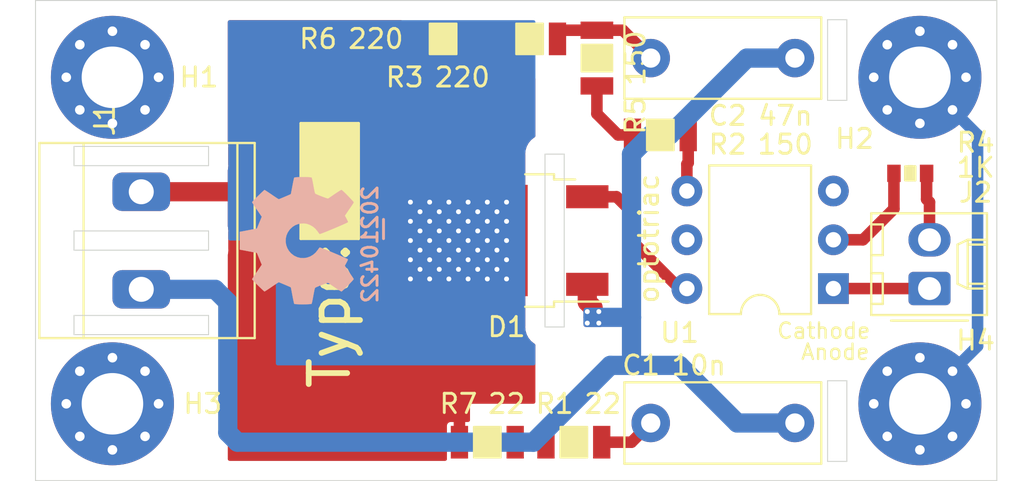
<source format=kicad_pcb>
(kicad_pcb (version 20171130) (host pcbnew 5.1.9-73d0e3b20d~88~ubuntu20.10.1)

  (general
    (thickness 1.6)
    (drawings 31)
    (tracks 119)
    (zones 0)
    (modules 20)
    (nets 18)
  )

  (page A4)
  (layers
    (0 F.Cu signal)
    (31 B.Cu signal)
    (32 B.Adhes user)
    (33 F.Adhes user)
    (34 B.Paste user)
    (35 F.Paste user)
    (36 B.SilkS user)
    (37 F.SilkS user)
    (38 B.Mask user)
    (39 F.Mask user)
    (40 Dwgs.User user)
    (41 Cmts.User user)
    (42 Eco1.User user)
    (43 Eco2.User user)
    (44 Edge.Cuts user)
    (45 Margin user)
    (46 B.CrtYd user)
    (47 F.CrtYd user)
    (48 B.Fab user)
    (49 F.Fab user)
  )

  (setup
    (last_trace_width 0.25)
    (user_trace_width 0.2)
    (user_trace_width 0.3)
    (user_trace_width 0.4)
    (user_trace_width 0.6)
    (user_trace_width 0.8)
    (user_trace_width 1)
    (user_trace_width 1.2)
    (user_trace_width 1.4)
    (user_trace_width 1.6)
    (user_trace_width 2)
    (trace_clearance 0.2)
    (zone_clearance 1)
    (zone_45_only no)
    (trace_min 0.1524)
    (via_size 0.8)
    (via_drill 0.4)
    (via_min_size 0.381)
    (via_min_drill 0.254)
    (user_via 0.4 0.254)
    (user_via 0.5 0.3)
    (user_via 0.6 0.4)
    (user_via 0.8 0.6)
    (user_via 1.1 0.8)
    (user_via 1.3 1)
    (user_via 1.5 1.2)
    (user_via 1.7 1.4)
    (user_via 1.9 1.6)
    (user_via 2.5 2)
    (uvia_size 0.3)
    (uvia_drill 0.1)
    (uvias_allowed no)
    (uvia_min_size 0.2)
    (uvia_min_drill 0.1)
    (edge_width 0.05)
    (segment_width 0.2)
    (pcb_text_width 0.3)
    (pcb_text_size 1.5 1.5)
    (mod_edge_width 0.12)
    (mod_text_size 0.8 0.8)
    (mod_text_width 0.12)
    (pad_size 6.4 5.8)
    (pad_drill 0)
    (pad_to_mask_clearance 0.0762)
    (solder_mask_min_width 0.1016)
    (pad_to_paste_clearance_ratio -0.1)
    (aux_axis_origin 0 0)
    (visible_elements FFFFFF7F)
    (pcbplotparams
      (layerselection 0x010fc_ffffffff)
      (usegerberextensions false)
      (usegerberattributes true)
      (usegerberadvancedattributes true)
      (creategerberjobfile true)
      (excludeedgelayer true)
      (linewidth 0.100000)
      (plotframeref false)
      (viasonmask false)
      (mode 1)
      (useauxorigin false)
      (hpglpennumber 1)
      (hpglpenspeed 20)
      (hpglpendiameter 15.000000)
      (psnegative false)
      (psa4output false)
      (plotreference true)
      (plotvalue true)
      (plotinvisibletext false)
      (padsonsilk false)
      (subtractmaskfromsilk false)
      (outputformat 1)
      (mirror false)
      (drillshape 1)
      (scaleselection 1)
      (outputdirectory ""))
  )

  (net 0 "")
  (net 1 "Net-(D1-Pad3)")
  (net 2 Earth)
  (net 3 "Net-(C1-Pad1)")
  (net 4 /LIVE)
  (net 5 /SWITCH)
  (net 6 /LED_C)
  (net 7 /LED_A)
  (net 8 "Net-(R2-Pad1)")
  (net 9 "Net-(R4-Pad1)")
  (net 10 "Net-(U1-Pad3)")
  (net 11 "Net-(U1-Pad5)")
  (net 12 "Net-(C2-Pad1)")
  (net 13 "Net-(R1-Pad1)")
  (net 14 "Net-(R2-Pad2)")
  (net 15 "Net-(R3-Pad1)")
  (net 16 "Net-(H1-Pad1)")
  (net 17 "Net-(H3-Pad1)")

  (net_class Default "This is the default net class."
    (clearance 0.2)
    (trace_width 0.25)
    (via_dia 0.8)
    (via_drill 0.4)
    (uvia_dia 0.3)
    (uvia_drill 0.1)
    (add_net /LED_A)
    (add_net /LED_C)
    (add_net /LIVE)
    (add_net /SWITCH)
    (add_net Earth)
    (add_net "Net-(C1-Pad1)")
    (add_net "Net-(C2-Pad1)")
    (add_net "Net-(D1-Pad3)")
    (add_net "Net-(H1-Pad1)")
    (add_net "Net-(H3-Pad1)")
    (add_net "Net-(R1-Pad1)")
    (add_net "Net-(R2-Pad1)")
    (add_net "Net-(R2-Pad2)")
    (add_net "Net-(R3-Pad1)")
    (add_net "Net-(R4-Pad1)")
    (add_net "Net-(U1-Pad3)")
    (add_net "Net-(U1-Pad5)")
  )

  (module SquantorLabels:Label_Note_medium (layer F.Cu) (tedit 59F8E1F5) (tstamp 607CA962)
    (at 145.3 87.4 90)
    (path /607DC089)
    (fp_text reference N3 (at 0 -3 90) (layer F.Fab) hide
      (effects (font (size 1 1) (thickness 0.15)))
    )
    (fp_text value Type: (at -4 0 90) (layer F.SilkS)
      (effects (font (size 2 2) (thickness 0.3)))
    )
    (fp_line (start 0 -1.5) (end 6 -1.5) (layer F.SilkS) (width 0.15))
    (fp_line (start 6 -1.5) (end 6 1.5) (layer F.SilkS) (width 0.15))
    (fp_line (start 6 1.5) (end 0 1.5) (layer F.SilkS) (width 0.15))
    (fp_line (start 0 1.5) (end 0 -1.5) (layer F.SilkS) (width 0.15))
    (fp_line (start 0.2 -1.3) (end 5.8 -1.3) (layer F.SilkS) (width 0.5))
    (fp_line (start 5.8 -1.3) (end 5.8 1.3) (layer F.SilkS) (width 0.5))
    (fp_line (start 5.8 1.3) (end 0.2 1.3) (layer F.SilkS) (width 0.5))
    (fp_line (start 0.2 1.3) (end 0.2 -1.3) (layer F.SilkS) (width 0.5))
    (fp_line (start 0.6 -0.9) (end 5.4 -0.9) (layer F.SilkS) (width 0.5))
    (fp_line (start 5.4 -0.9) (end 5.4 0.9) (layer F.SilkS) (width 0.5))
    (fp_line (start 5.4 0.9) (end 0.6 0.9) (layer F.SilkS) (width 0.5))
    (fp_line (start 0.6 0.9) (end 0.6 -0.5) (layer F.SilkS) (width 0.5))
    (fp_line (start 0.6 -0.5) (end 5 -0.5) (layer F.SilkS) (width 0.5))
    (fp_line (start 5 -0.5) (end 5 0.5) (layer F.SilkS) (width 0.5))
    (fp_line (start 5 0.5) (end 1 0.5) (layer F.SilkS) (width 0.5))
    (fp_line (start 1 0.5) (end 1 -0.1) (layer F.SilkS) (width 0.5))
    (fp_line (start 1 -0.1) (end 4.6 -0.1) (layer F.SilkS) (width 0.5))
    (fp_line (start 4.6 -0.1) (end 4.6 0.2) (layer F.SilkS) (width 0.5))
    (fp_line (start 4.6 0.2) (end 1.4 0.2) (layer F.SilkS) (width 0.5))
  )

  (module Capacitor_THT:C_Rect_L10.0mm_W4.0mm_P7.50mm_MKS4 (layer F.Cu) (tedit 5AE50EF0) (tstamp 607AACDE)
    (at 162 78)
    (descr "C, Rect series, Radial, pin pitch=7.50mm, , length*width=10*4.0mm^2, Capacitor, http://www.wima.com/EN/WIMA_MKS_4.pdf")
    (tags "C Rect series Radial pin pitch 7.50mm  length 10mm width 4.0mm Capacitor")
    (path /6055B041)
    (fp_text reference C2 (at 4 3) (layer F.SilkS)
      (effects (font (size 1 1) (thickness 0.15)))
    )
    (fp_text value 47n (at 7 3) (layer F.SilkS)
      (effects (font (size 1 1) (thickness 0.15)))
    )
    (fp_line (start -1.25 -2) (end -1.25 2) (layer F.Fab) (width 0.1))
    (fp_line (start -1.25 2) (end 8.75 2) (layer F.Fab) (width 0.1))
    (fp_line (start 8.75 2) (end 8.75 -2) (layer F.Fab) (width 0.1))
    (fp_line (start 8.75 -2) (end -1.25 -2) (layer F.Fab) (width 0.1))
    (fp_line (start -1.37 -2.12) (end 8.87 -2.12) (layer F.SilkS) (width 0.12))
    (fp_line (start -1.37 2.12) (end 8.87 2.12) (layer F.SilkS) (width 0.12))
    (fp_line (start -1.37 -2.12) (end -1.37 2.12) (layer F.SilkS) (width 0.12))
    (fp_line (start 8.87 -2.12) (end 8.87 2.12) (layer F.SilkS) (width 0.12))
    (fp_line (start -1.5 -2.25) (end -1.5 2.25) (layer F.CrtYd) (width 0.05))
    (fp_line (start -1.5 2.25) (end 9 2.25) (layer F.CrtYd) (width 0.05))
    (fp_line (start 9 2.25) (end 9 -2.25) (layer F.CrtYd) (width 0.05))
    (fp_line (start 9 -2.25) (end -1.5 -2.25) (layer F.CrtYd) (width 0.05))
    (fp_text user %R (at 3.75 0) (layer F.Fab)
      (effects (font (size 1 1) (thickness 0.15)))
    )
    (pad 2 thru_hole circle (at 7.5 0) (size 2 2) (drill 1) (layers *.Cu *.Mask)
      (net 5 /SWITCH))
    (pad 1 thru_hole circle (at 0 0) (size 2 2) (drill 1) (layers *.Cu *.Mask)
      (net 12 "Net-(C2-Pad1)"))
    (model ${KISYS3DMOD}/Capacitor_THT.3dshapes/C_Rect_L10.0mm_W4.0mm_P7.50mm_MKS4.wrl
      (at (xyz 0 0 0))
      (scale (xyz 1 1 1))
      (rotate (xyz 0 0 0))
    )
  )

  (module Capacitor_THT:C_Rect_L10.0mm_W4.0mm_P7.50mm_MKS4 (layer F.Cu) (tedit 5AE50EF0) (tstamp 6052BC7A)
    (at 162 97)
    (descr "C, Rect series, Radial, pin pitch=7.50mm, , length*width=10*4.0mm^2, Capacitor, http://www.wima.com/EN/WIMA_MKS_4.pdf")
    (tags "C Rect series Radial pin pitch 7.50mm  length 10mm width 4.0mm Capacitor")
    (path /60534759)
    (fp_text reference C1 (at -0.5 -3) (layer F.SilkS)
      (effects (font (size 1 1) (thickness 0.15)))
    )
    (fp_text value 10n (at 2.5 -3) (layer F.SilkS)
      (effects (font (size 1 1) (thickness 0.15)))
    )
    (fp_line (start -1.25 -2) (end -1.25 2) (layer F.Fab) (width 0.1))
    (fp_line (start -1.25 2) (end 8.75 2) (layer F.Fab) (width 0.1))
    (fp_line (start 8.75 2) (end 8.75 -2) (layer F.Fab) (width 0.1))
    (fp_line (start 8.75 -2) (end -1.25 -2) (layer F.Fab) (width 0.1))
    (fp_line (start -1.37 -2.12) (end 8.87 -2.12) (layer F.SilkS) (width 0.12))
    (fp_line (start -1.37 2.12) (end 8.87 2.12) (layer F.SilkS) (width 0.12))
    (fp_line (start -1.37 -2.12) (end -1.37 2.12) (layer F.SilkS) (width 0.12))
    (fp_line (start 8.87 -2.12) (end 8.87 2.12) (layer F.SilkS) (width 0.12))
    (fp_line (start -1.5 -2.25) (end -1.5 2.25) (layer F.CrtYd) (width 0.05))
    (fp_line (start -1.5 2.25) (end 9 2.25) (layer F.CrtYd) (width 0.05))
    (fp_line (start 9 2.25) (end 9 -2.25) (layer F.CrtYd) (width 0.05))
    (fp_line (start 9 -2.25) (end -1.5 -2.25) (layer F.CrtYd) (width 0.05))
    (fp_text user %R (at 3.75 0) (layer F.Fab)
      (effects (font (size 1 1) (thickness 0.15)))
    )
    (pad 2 thru_hole circle (at 7.5 0) (size 2 2) (drill 1) (layers *.Cu *.Mask)
      (net 5 /SWITCH))
    (pad 1 thru_hole circle (at 0 0) (size 2 2) (drill 1) (layers *.Cu *.Mask)
      (net 3 "Net-(C1-Pad1)"))
    (model ${KISYS3DMOD}/Capacitor_THT.3dshapes/C_Rect_L10.0mm_W4.0mm_P7.50mm_MKS4.wrl
      (at (xyz 0 0 0))
      (scale (xyz 1 1 1))
      (rotate (xyz 0 0 0))
    )
  )

  (module SquantorRcl:R_1206 (layer F.Cu) (tedit 5EDA1F7D) (tstamp 6052CBF2)
    (at 155.7 77)
    (descr "Resistor SMD 1206, reflow soldering, Vishay (see dcrcw.pdf)")
    (tags "resistor 1206")
    (path /605553A8)
    (attr smd)
    (fp_text reference R3 (at -6.5 2) (layer F.SilkS)
      (effects (font (size 1 1) (thickness 0.15)))
    )
    (fp_text value 220 (at -3.5 2) (layer F.SilkS)
      (effects (font (size 1 1) (thickness 0.15)))
    )
    (fp_poly (pts (xy 0.7 0.8) (xy -0.7 0.8) (xy -0.7 -0.8) (xy 0.7 -0.8)) (layer F.SilkS) (width 0.1))
    (fp_line (start -1.6 0.8) (end -1.6 -0.8) (layer F.Fab) (width 0.1))
    (fp_line (start 1.6 0.8) (end -1.6 0.8) (layer F.Fab) (width 0.1))
    (fp_line (start 1.6 -0.8) (end 1.6 0.8) (layer F.Fab) (width 0.1))
    (fp_line (start -1.6 -0.8) (end 1.6 -0.8) (layer F.Fab) (width 0.1))
    (fp_line (start -2.2 -1.2) (end 2.2 -1.2) (layer F.CrtYd) (width 0.05))
    (fp_line (start -2.2 1.2) (end 2.2 1.2) (layer F.CrtYd) (width 0.05))
    (fp_line (start -2.2 -1.2) (end -2.2 1.2) (layer F.CrtYd) (width 0.05))
    (fp_line (start 2.2 -1.2) (end 2.2 1.2) (layer F.CrtYd) (width 0.05))
    (pad 2 smd rect (at 1.45 0) (size 0.9 1.7) (layers F.Cu F.Paste F.Mask)
      (net 12 "Net-(C2-Pad1)"))
    (pad 1 smd rect (at -1.45 0) (size 0.9 1.7) (layers F.Cu F.Paste F.Mask)
      (net 15 "Net-(R3-Pad1)"))
    (model ${KISYS3DMOD}/Resistor_SMD.3dshapes/R_1206_3216Metric.step
      (at (xyz 0 0 0))
      (scale (xyz 1 1 1))
      (rotate (xyz 0 0 0))
    )
  )

  (module SquantorRcl:R_1206 (layer F.Cu) (tedit 5EDA1F7D) (tstamp 607A004F)
    (at 153.5 98)
    (descr "Resistor SMD 1206, reflow soldering, Vishay (see dcrcw.pdf)")
    (tags "resistor 1206")
    (path /607AAF26)
    (attr smd)
    (fp_text reference R7 (at -1.5 -2) (layer F.SilkS)
      (effects (font (size 1 1) (thickness 0.15)))
    )
    (fp_text value 22 (at 1 -2) (layer F.SilkS)
      (effects (font (size 1 1) (thickness 0.15)))
    )
    (fp_poly (pts (xy 0.7 0.8) (xy -0.7 0.8) (xy -0.7 -0.8) (xy 0.7 -0.8)) (layer F.SilkS) (width 0.1))
    (fp_line (start -1.6 0.8) (end -1.6 -0.8) (layer F.Fab) (width 0.1))
    (fp_line (start 1.6 0.8) (end -1.6 0.8) (layer F.Fab) (width 0.1))
    (fp_line (start 1.6 -0.8) (end 1.6 0.8) (layer F.Fab) (width 0.1))
    (fp_line (start -1.6 -0.8) (end 1.6 -0.8) (layer F.Fab) (width 0.1))
    (fp_line (start -2.2 -1.2) (end 2.2 -1.2) (layer F.CrtYd) (width 0.05))
    (fp_line (start -2.2 1.2) (end 2.2 1.2) (layer F.CrtYd) (width 0.05))
    (fp_line (start -2.2 -1.2) (end -2.2 1.2) (layer F.CrtYd) (width 0.05))
    (fp_line (start 2.2 -1.2) (end 2.2 1.2) (layer F.CrtYd) (width 0.05))
    (pad 2 smd rect (at 1.45 0) (size 0.9 1.7) (layers F.Cu F.Paste F.Mask)
      (net 13 "Net-(R1-Pad1)"))
    (pad 1 smd rect (at -1.45 0) (size 0.9 1.7) (layers F.Cu F.Paste F.Mask)
      (net 4 /LIVE))
    (model ${KISYS3DMOD}/Resistor_SMD.3dshapes/R_1206_3216Metric.step
      (at (xyz 0 0 0))
      (scale (xyz 1 1 1))
      (rotate (xyz 0 0 0))
    )
  )

  (module SquantorRcl:R_1206 (layer F.Cu) (tedit 5EDA1F7D) (tstamp 607A0040)
    (at 151.2 77)
    (descr "Resistor SMD 1206, reflow soldering, Vishay (see dcrcw.pdf)")
    (tags "resistor 1206")
    (path /607DE11B)
    (attr smd)
    (fp_text reference R6 (at -6.5 0) (layer F.SilkS)
      (effects (font (size 1 1) (thickness 0.15)))
    )
    (fp_text value 220 (at -3.5 0) (layer F.SilkS)
      (effects (font (size 1 1) (thickness 0.15)))
    )
    (fp_poly (pts (xy 0.7 0.8) (xy -0.7 0.8) (xy -0.7 -0.8) (xy 0.7 -0.8)) (layer F.SilkS) (width 0.1))
    (fp_line (start -1.6 0.8) (end -1.6 -0.8) (layer F.Fab) (width 0.1))
    (fp_line (start 1.6 0.8) (end -1.6 0.8) (layer F.Fab) (width 0.1))
    (fp_line (start 1.6 -0.8) (end 1.6 0.8) (layer F.Fab) (width 0.1))
    (fp_line (start -1.6 -0.8) (end 1.6 -0.8) (layer F.Fab) (width 0.1))
    (fp_line (start -2.2 -1.2) (end 2.2 -1.2) (layer F.CrtYd) (width 0.05))
    (fp_line (start -2.2 1.2) (end 2.2 1.2) (layer F.CrtYd) (width 0.05))
    (fp_line (start -2.2 -1.2) (end -2.2 1.2) (layer F.CrtYd) (width 0.05))
    (fp_line (start 2.2 -1.2) (end 2.2 1.2) (layer F.CrtYd) (width 0.05))
    (pad 2 smd rect (at 1.45 0) (size 0.9 1.7) (layers F.Cu F.Paste F.Mask)
      (net 15 "Net-(R3-Pad1)"))
    (pad 1 smd rect (at -1.45 0) (size 0.9 1.7) (layers F.Cu F.Paste F.Mask)
      (net 4 /LIVE))
    (model ${KISYS3DMOD}/Resistor_SMD.3dshapes/R_1206_3216Metric.step
      (at (xyz 0 0 0))
      (scale (xyz 1 1 1))
      (rotate (xyz 0 0 0))
    )
  )

  (module SquantorRcl:R_1206 (layer F.Cu) (tedit 5EDA1F7D) (tstamp 607A0031)
    (at 159.2 78 90)
    (descr "Resistor SMD 1206, reflow soldering, Vishay (see dcrcw.pdf)")
    (tags "resistor 1206")
    (path /607DB3BE)
    (attr smd)
    (fp_text reference R5 (at -3 2 90) (layer F.SilkS)
      (effects (font (size 1 1) (thickness 0.15)))
    )
    (fp_text value 150 (at 0 2 90) (layer F.SilkS)
      (effects (font (size 1 1) (thickness 0.15)))
    )
    (fp_poly (pts (xy 0.7 0.8) (xy -0.7 0.8) (xy -0.7 -0.8) (xy 0.7 -0.8)) (layer F.SilkS) (width 0.1))
    (fp_line (start -1.6 0.8) (end -1.6 -0.8) (layer F.Fab) (width 0.1))
    (fp_line (start 1.6 0.8) (end -1.6 0.8) (layer F.Fab) (width 0.1))
    (fp_line (start 1.6 -0.8) (end 1.6 0.8) (layer F.Fab) (width 0.1))
    (fp_line (start -1.6 -0.8) (end 1.6 -0.8) (layer F.Fab) (width 0.1))
    (fp_line (start -2.2 -1.2) (end 2.2 -1.2) (layer F.CrtYd) (width 0.05))
    (fp_line (start -2.2 1.2) (end 2.2 1.2) (layer F.CrtYd) (width 0.05))
    (fp_line (start -2.2 -1.2) (end -2.2 1.2) (layer F.CrtYd) (width 0.05))
    (fp_line (start 2.2 -1.2) (end 2.2 1.2) (layer F.CrtYd) (width 0.05))
    (pad 2 smd rect (at 1.45 0 90) (size 0.9 1.7) (layers F.Cu F.Paste F.Mask)
      (net 12 "Net-(C2-Pad1)"))
    (pad 1 smd rect (at -1.45 0 90) (size 0.9 1.7) (layers F.Cu F.Paste F.Mask)
      (net 14 "Net-(R2-Pad2)"))
    (model ${KISYS3DMOD}/Resistor_SMD.3dshapes/R_1206_3216Metric.step
      (at (xyz 0 0 0))
      (scale (xyz 1 1 1))
      (rotate (xyz 0 0 0))
    )
  )

  (module SquantorRcl:R_1206 (layer F.Cu) (tedit 5EDA1F7D) (tstamp 6052CBDB)
    (at 162.5 82 180)
    (descr "Resistor SMD 1206, reflow soldering, Vishay (see dcrcw.pdf)")
    (tags "resistor 1206")
    (path /60554608)
    (attr smd)
    (fp_text reference R2 (at -3.5 -0.5) (layer F.SilkS)
      (effects (font (size 1 1) (thickness 0.15)))
    )
    (fp_text value 150 (at -6.5 -0.5) (layer F.SilkS)
      (effects (font (size 1 1) (thickness 0.15)))
    )
    (fp_poly (pts (xy 0.7 0.8) (xy -0.7 0.8) (xy -0.7 -0.8) (xy 0.7 -0.8)) (layer F.SilkS) (width 0.1))
    (fp_line (start -1.6 0.8) (end -1.6 -0.8) (layer F.Fab) (width 0.1))
    (fp_line (start 1.6 0.8) (end -1.6 0.8) (layer F.Fab) (width 0.1))
    (fp_line (start 1.6 -0.8) (end 1.6 0.8) (layer F.Fab) (width 0.1))
    (fp_line (start -1.6 -0.8) (end 1.6 -0.8) (layer F.Fab) (width 0.1))
    (fp_line (start -2.2 -1.2) (end 2.2 -1.2) (layer F.CrtYd) (width 0.05))
    (fp_line (start -2.2 1.2) (end 2.2 1.2) (layer F.CrtYd) (width 0.05))
    (fp_line (start -2.2 -1.2) (end -2.2 1.2) (layer F.CrtYd) (width 0.05))
    (fp_line (start 2.2 -1.2) (end 2.2 1.2) (layer F.CrtYd) (width 0.05))
    (pad 2 smd rect (at 1.45 0 180) (size 0.9 1.7) (layers F.Cu F.Paste F.Mask)
      (net 14 "Net-(R2-Pad2)"))
    (pad 1 smd rect (at -1.45 0 180) (size 0.9 1.7) (layers F.Cu F.Paste F.Mask)
      (net 8 "Net-(R2-Pad1)"))
    (model ${KISYS3DMOD}/Resistor_SMD.3dshapes/R_1206_3216Metric.step
      (at (xyz 0 0 0))
      (scale (xyz 1 1 1))
      (rotate (xyz 0 0 0))
    )
  )

  (module SquantorRcl:R_1206 (layer F.Cu) (tedit 5EDA1F7D) (tstamp 6052BDD0)
    (at 158 98)
    (descr "Resistor SMD 1206, reflow soldering, Vishay (see dcrcw.pdf)")
    (tags "resistor 1206")
    (path /60527D06)
    (attr smd)
    (fp_text reference R1 (at -1 -2) (layer F.SilkS)
      (effects (font (size 1 1) (thickness 0.15)))
    )
    (fp_text value 22 (at 1.5 -2) (layer F.SilkS)
      (effects (font (size 1 1) (thickness 0.15)))
    )
    (fp_poly (pts (xy 0.7 0.8) (xy -0.7 0.8) (xy -0.7 -0.8) (xy 0.7 -0.8)) (layer F.SilkS) (width 0.1))
    (fp_line (start -1.6 0.8) (end -1.6 -0.8) (layer F.Fab) (width 0.1))
    (fp_line (start 1.6 0.8) (end -1.6 0.8) (layer F.Fab) (width 0.1))
    (fp_line (start 1.6 -0.8) (end 1.6 0.8) (layer F.Fab) (width 0.1))
    (fp_line (start -1.6 -0.8) (end 1.6 -0.8) (layer F.Fab) (width 0.1))
    (fp_line (start -2.2 -1.2) (end 2.2 -1.2) (layer F.CrtYd) (width 0.05))
    (fp_line (start -2.2 1.2) (end 2.2 1.2) (layer F.CrtYd) (width 0.05))
    (fp_line (start -2.2 -1.2) (end -2.2 1.2) (layer F.CrtYd) (width 0.05))
    (fp_line (start 2.2 -1.2) (end 2.2 1.2) (layer F.CrtYd) (width 0.05))
    (pad 2 smd rect (at 1.45 0) (size 0.9 1.7) (layers F.Cu F.Paste F.Mask)
      (net 3 "Net-(C1-Pad1)"))
    (pad 1 smd rect (at -1.45 0) (size 0.9 1.7) (layers F.Cu F.Paste F.Mask)
      (net 13 "Net-(R1-Pad1)"))
    (model ${KISYS3DMOD}/Resistor_SMD.3dshapes/R_1206_3216Metric.step
      (at (xyz 0 0 0))
      (scale (xyz 1 1 1))
      (rotate (xyz 0 0 0))
    )
  )

  (module Package_TO_SOT_SMD:TO-252-2 (layer F.Cu) (tedit 6079FBD4) (tstamp 607AA185)
    (at 154.5 87.5 180)
    (descr "TO-252 / DPAK SMD package, http://www.infineon.com/cms/en/product/packages/PG-TO252/PG-TO252-3-1/")
    (tags "DPAK TO-252 DPAK-3 TO-252-3 SOT-428")
    (path /60512F19)
    (attr smd)
    (fp_text reference D1 (at 0 -4.5) (layer F.SilkS)
      (effects (font (size 1 1) (thickness 0.15)))
    )
    (fp_text value BTA16-600CRG (at 0 4.5) (layer F.Fab)
      (effects (font (size 1 1) (thickness 0.15)))
    )
    (fp_line (start 3.95 -2.7) (end 4.95 -2.7) (layer F.Fab) (width 0.1))
    (fp_line (start 4.95 -2.7) (end 4.95 2.7) (layer F.Fab) (width 0.1))
    (fp_line (start 4.95 2.7) (end 3.95 2.7) (layer F.Fab) (width 0.1))
    (fp_line (start 3.95 -3.25) (end 3.95 3.25) (layer F.Fab) (width 0.1))
    (fp_line (start 3.95 3.25) (end -2.27 3.25) (layer F.Fab) (width 0.1))
    (fp_line (start -2.27 3.25) (end -2.27 -2.25) (layer F.Fab) (width 0.1))
    (fp_line (start -2.27 -2.25) (end -1.27 -3.25) (layer F.Fab) (width 0.1))
    (fp_line (start -1.27 -3.25) (end 3.95 -3.25) (layer F.Fab) (width 0.1))
    (fp_line (start -1.865 -2.655) (end -4.97 -2.655) (layer F.Fab) (width 0.1))
    (fp_line (start -4.97 -2.655) (end -4.97 -1.905) (layer F.Fab) (width 0.1))
    (fp_line (start -4.97 -1.905) (end -2.27 -1.905) (layer F.Fab) (width 0.1))
    (fp_line (start -2.27 1.905) (end -4.97 1.905) (layer F.Fab) (width 0.1))
    (fp_line (start -4.97 1.905) (end -4.97 2.655) (layer F.Fab) (width 0.1))
    (fp_line (start -4.97 2.655) (end -2.27 2.655) (layer F.Fab) (width 0.1))
    (fp_line (start -0.97 -3.45) (end -2.47 -3.45) (layer F.SilkS) (width 0.12))
    (fp_line (start -2.47 -3.45) (end -2.47 -3.18) (layer F.SilkS) (width 0.12))
    (fp_line (start -2.47 -3.18) (end -5.3 -3.18) (layer F.SilkS) (width 0.12))
    (fp_line (start -0.97 3.45) (end -2.47 3.45) (layer F.SilkS) (width 0.12))
    (fp_line (start -2.47 3.45) (end -2.47 3.18) (layer F.SilkS) (width 0.12))
    (fp_line (start -2.47 3.18) (end -3.57 3.18) (layer F.SilkS) (width 0.12))
    (fp_line (start -5.55 -3.5) (end -5.55 3.5) (layer F.CrtYd) (width 0.05))
    (fp_line (start -5.55 3.5) (end 5.55 3.5) (layer F.CrtYd) (width 0.05))
    (fp_line (start 5.55 3.5) (end 5.55 -3.5) (layer F.CrtYd) (width 0.05))
    (fp_line (start 5.55 -3.5) (end -5.55 -3.5) (layer F.CrtYd) (width 0.05))
    (fp_text user %R (at 0 0) (layer F.Fab)
      (effects (font (size 1 1) (thickness 0.15)))
    )
    (pad "" smd rect (at 0.425 1.525 180) (size 3.05 2.75) (layers F.Paste))
    (pad "" smd rect (at 3.775 -1.525 180) (size 3.05 2.75) (layers F.Paste))
    (pad "" smd rect (at 0.425 -1.525 180) (size 3.05 2.75) (layers F.Paste))
    (pad "" smd rect (at 3.775 1.525 180) (size 3.05 2.75) (layers F.Paste))
    (pad 2 smd rect (at 2.1 0 180) (size 6.4 5.8) (layers F.Cu F.Mask)
      (net 4 /LIVE) (zone_connect 2))
    (pad 3 smd rect (at -4.2 2.28 180) (size 2.2 1.2) (layers F.Cu F.Paste F.Mask)
      (net 1 "Net-(D1-Pad3)"))
    (pad 1 smd rect (at -4.2 -2.28 180) (size 2.2 1.2) (layers F.Cu F.Paste F.Mask)
      (net 5 /SWITCH))
    (model ${KISYS3DMOD}/Package_TO_SOT_SMD.3dshapes/TO-252-2.wrl
      (at (xyz 0 0 0))
      (scale (xyz 1 1 1))
      (rotate (xyz 0 0 0))
    )
  )

  (module Package_DIP:DIP-6_W7.62mm (layer F.Cu) (tedit 5A02E8C5) (tstamp 607A99B1)
    (at 171.5 90 180)
    (descr "6-lead though-hole mounted DIP package, row spacing 7.62 mm (300 mils)")
    (tags "THT DIP DIL PDIP 2.54mm 7.62mm 300mil")
    (path /6054CA09)
    (fp_text reference U1 (at 8 -2.3) (layer F.SilkS)
      (effects (font (size 1 1) (thickness 0.15)))
    )
    (fp_text value optotriac (at 9.6 2.6 90) (layer F.SilkS)
      (effects (font (size 1 1) (thickness 0.15)))
    )
    (fp_line (start 8.7 -1.55) (end -1.1 -1.55) (layer F.CrtYd) (width 0.05))
    (fp_line (start 8.7 6.6) (end 8.7 -1.55) (layer F.CrtYd) (width 0.05))
    (fp_line (start -1.1 6.6) (end 8.7 6.6) (layer F.CrtYd) (width 0.05))
    (fp_line (start -1.1 -1.55) (end -1.1 6.6) (layer F.CrtYd) (width 0.05))
    (fp_line (start 6.46 -1.33) (end 4.81 -1.33) (layer F.SilkS) (width 0.12))
    (fp_line (start 6.46 6.41) (end 6.46 -1.33) (layer F.SilkS) (width 0.12))
    (fp_line (start 1.16 6.41) (end 6.46 6.41) (layer F.SilkS) (width 0.12))
    (fp_line (start 1.16 -1.33) (end 1.16 6.41) (layer F.SilkS) (width 0.12))
    (fp_line (start 2.81 -1.33) (end 1.16 -1.33) (layer F.SilkS) (width 0.12))
    (fp_line (start 0.635 -0.27) (end 1.635 -1.27) (layer F.Fab) (width 0.1))
    (fp_line (start 0.635 6.35) (end 0.635 -0.27) (layer F.Fab) (width 0.1))
    (fp_line (start 6.985 6.35) (end 0.635 6.35) (layer F.Fab) (width 0.1))
    (fp_line (start 6.985 -1.27) (end 6.985 6.35) (layer F.Fab) (width 0.1))
    (fp_line (start 1.635 -1.27) (end 6.985 -1.27) (layer F.Fab) (width 0.1))
    (fp_text user %R (at 3.81 2.54) (layer F.Fab)
      (effects (font (size 1 1) (thickness 0.15)))
    )
    (fp_arc (start 3.81 -1.33) (end 2.81 -1.33) (angle -180) (layer F.SilkS) (width 0.12))
    (pad 6 thru_hole oval (at 7.62 0 180) (size 1.6 1.6) (drill 0.8) (layers *.Cu *.Mask)
      (net 1 "Net-(D1-Pad3)"))
    (pad 3 thru_hole oval (at 0 5.08 180) (size 1.6 1.6) (drill 0.8) (layers *.Cu *.Mask)
      (net 10 "Net-(U1-Pad3)"))
    (pad 5 thru_hole oval (at 7.62 2.54 180) (size 1.6 1.6) (drill 0.8) (layers *.Cu *.Mask)
      (net 11 "Net-(U1-Pad5)"))
    (pad 2 thru_hole oval (at 0 2.54 180) (size 1.6 1.6) (drill 0.8) (layers *.Cu *.Mask)
      (net 9 "Net-(R4-Pad1)"))
    (pad 4 thru_hole oval (at 7.62 5.08 180) (size 1.6 1.6) (drill 0.8) (layers *.Cu *.Mask)
      (net 8 "Net-(R2-Pad1)"))
    (pad 1 thru_hole rect (at 0 0 180) (size 1.6 1.6) (drill 0.8) (layers *.Cu *.Mask)
      (net 7 /LED_A))
    (model ${KISYS3DMOD}/Package_DIP.3dshapes/DIP-6_W7.62mm.wrl
      (at (xyz 0 0 0))
      (scale (xyz 1 1 1))
      (rotate (xyz 0 0 0))
    )
  )

  (module SquantorRcl:R_0603_hand (layer F.Cu) (tedit 5D440259) (tstamp 6052CC08)
    (at 175.5 84)
    (descr "Resistor SMD 0603, reflow soldering, Vishay (see dcrcw.pdf)")
    (tags "resistor 0603")
    (path /6056E56E)
    (attr smd)
    (fp_text reference R4 (at 3.4 -1.6) (layer F.SilkS)
      (effects (font (size 1 1) (thickness 0.15)))
    )
    (fp_text value 1K (at 3.4 -0.3) (layer F.SilkS)
      (effects (font (size 1 1) (thickness 0.15)))
    )
    (fp_line (start 0 0.35) (end 0 -0.35) (layer F.SilkS) (width 0.15))
    (fp_line (start 0.1 -0.35) (end 0.1 0.35) (layer F.SilkS) (width 0.15))
    (fp_line (start -0.1 -0.35) (end 0.1 -0.35) (layer F.SilkS) (width 0.15))
    (fp_line (start -0.1 0.35) (end -0.1 -0.35) (layer F.SilkS) (width 0.15))
    (fp_line (start 0.25 0.35) (end -0.25 0.35) (layer F.SilkS) (width 0.15))
    (fp_line (start -0.25 -0.35) (end 0.25 -0.35) (layer F.SilkS) (width 0.15))
    (fp_line (start -0.25 0.35) (end -0.25 -0.35) (layer F.SilkS) (width 0.15))
    (fp_line (start 0.25 -0.35) (end 0.25 0.35) (layer F.SilkS) (width 0.15))
    (fp_line (start 1.45 -0.75) (end 1.45 0.75) (layer F.CrtYd) (width 0.05))
    (fp_line (start -1.45 -0.75) (end -1.45 0.75) (layer F.CrtYd) (width 0.05))
    (fp_line (start -1.45 0.75) (end 1.45 0.75) (layer F.CrtYd) (width 0.05))
    (fp_line (start -1.45 -0.75) (end 1.45 -0.75) (layer F.CrtYd) (width 0.05))
    (fp_line (start -0.8 -0.4) (end 0.8 -0.4) (layer F.Fab) (width 0.1))
    (fp_line (start 0.8 -0.4) (end 0.8 0.4) (layer F.Fab) (width 0.1))
    (fp_line (start 0.8 0.4) (end -0.8 0.4) (layer F.Fab) (width 0.1))
    (fp_line (start -0.8 0.4) (end -0.8 -0.4) (layer F.Fab) (width 0.1))
    (pad 2 smd rect (at 0.85 0) (size 0.7 0.9) (layers F.Cu F.Paste F.Mask)
      (net 6 /LED_C))
    (pad 1 smd rect (at -0.85 0) (size 0.7 0.9) (layers F.Cu F.Paste F.Mask)
      (net 9 "Net-(R4-Pad1)"))
    (model ${KISYS3DMOD}/Resistor_SMD.3dshapes/R_0603_1608Metric.step
      (at (xyz 0 0 0))
      (scale (xyz 1 1 1))
      (rotate (xyz 0 0 0))
    )
  )

  (module Connector_Molex:Molex_KK-254_AE-6410-02A_1x02_P2.54mm_Vertical (layer F.Cu) (tedit 5EA53D3B) (tstamp 6052CB88)
    (at 176.5 90 90)
    (descr "Molex KK-254 Interconnect System, old/engineering part number: AE-6410-02A example for new part number: 22-27-2021, 2 Pins (http://www.molex.com/pdm_docs/sd/022272021_sd.pdf), generated with kicad-footprint-generator")
    (tags "connector Molex KK-254 vertical")
    (path /60563112)
    (fp_text reference J2 (at 5 2.4 180) (layer F.SilkS)
      (effects (font (size 1 1) (thickness 0.15)))
    )
    (fp_text value Conn_01x02 (at 1.27 4.08 90) (layer F.Fab)
      (effects (font (size 1 1) (thickness 0.15)))
    )
    (fp_line (start 4.31 -3.42) (end -1.77 -3.42) (layer F.CrtYd) (width 0.05))
    (fp_line (start 4.31 3.38) (end 4.31 -3.42) (layer F.CrtYd) (width 0.05))
    (fp_line (start -1.77 3.38) (end 4.31 3.38) (layer F.CrtYd) (width 0.05))
    (fp_line (start -1.77 -3.42) (end -1.77 3.38) (layer F.CrtYd) (width 0.05))
    (fp_line (start 3.34 -2.43) (end 3.34 -3.03) (layer F.SilkS) (width 0.12))
    (fp_line (start 1.74 -2.43) (end 3.34 -2.43) (layer F.SilkS) (width 0.12))
    (fp_line (start 1.74 -3.03) (end 1.74 -2.43) (layer F.SilkS) (width 0.12))
    (fp_line (start 0.8 -2.43) (end 0.8 -3.03) (layer F.SilkS) (width 0.12))
    (fp_line (start -0.8 -2.43) (end 0.8 -2.43) (layer F.SilkS) (width 0.12))
    (fp_line (start -0.8 -3.03) (end -0.8 -2.43) (layer F.SilkS) (width 0.12))
    (fp_line (start 2.29 2.99) (end 2.29 1.99) (layer F.SilkS) (width 0.12))
    (fp_line (start 0.25 2.99) (end 0.25 1.99) (layer F.SilkS) (width 0.12))
    (fp_line (start 2.29 1.46) (end 2.54 1.99) (layer F.SilkS) (width 0.12))
    (fp_line (start 0.25 1.46) (end 2.29 1.46) (layer F.SilkS) (width 0.12))
    (fp_line (start 0 1.99) (end 0.25 1.46) (layer F.SilkS) (width 0.12))
    (fp_line (start 2.54 1.99) (end 2.54 2.99) (layer F.SilkS) (width 0.12))
    (fp_line (start 0 1.99) (end 2.54 1.99) (layer F.SilkS) (width 0.12))
    (fp_line (start 0 2.99) (end 0 1.99) (layer F.SilkS) (width 0.12))
    (fp_line (start -0.562893 0) (end -1.27 0.5) (layer F.Fab) (width 0.1))
    (fp_line (start -1.27 -0.5) (end -0.562893 0) (layer F.Fab) (width 0.1))
    (fp_line (start -1.67 -2) (end -1.67 2) (layer F.SilkS) (width 0.12))
    (fp_line (start 3.92 -3.03) (end -1.38 -3.03) (layer F.SilkS) (width 0.12))
    (fp_line (start 3.92 2.99) (end 3.92 -3.03) (layer F.SilkS) (width 0.12))
    (fp_line (start -1.38 2.99) (end 3.92 2.99) (layer F.SilkS) (width 0.12))
    (fp_line (start -1.38 -3.03) (end -1.38 2.99) (layer F.SilkS) (width 0.12))
    (fp_line (start 3.81 -2.92) (end -1.27 -2.92) (layer F.Fab) (width 0.1))
    (fp_line (start 3.81 2.88) (end 3.81 -2.92) (layer F.Fab) (width 0.1))
    (fp_line (start -1.27 2.88) (end 3.81 2.88) (layer F.Fab) (width 0.1))
    (fp_line (start -1.27 -2.92) (end -1.27 2.88) (layer F.Fab) (width 0.1))
    (fp_text user %R (at 1.27 -2.22 90) (layer F.Fab)
      (effects (font (size 1 1) (thickness 0.15)))
    )
    (pad 2 thru_hole oval (at 2.54 0 90) (size 1.74 2.19) (drill 1.19) (layers *.Cu *.Mask)
      (net 6 /LED_C))
    (pad 1 thru_hole roundrect (at 0 0 90) (size 1.74 2.19) (drill 1.19) (layers *.Cu *.Mask) (roundrect_rratio 0.143678)
      (net 7 /LED_A))
    (model ${KISYS3DMOD}/Connector_Molex.3dshapes/Molex_KK-254_AE-6410-02A_1x02_P2.54mm_Vertical.wrl
      (at (xyz 0 0 0))
      (scale (xyz 1 1 1))
      (rotate (xyz 0 0 0))
    )
  )

  (module SquantorPhoenixContact:MKDS_2conn_508pitch_1711725 (layer F.Cu) (tedit 60524F92) (tstamp 6052C1F7)
    (at 135.5 87.5 270)
    (descr "Phoenix Contact 2 contact PCB terminal block - MKDS 3/ 2-5,08 - 1711725 ")
    (tags "PhoenixContact 2connections MKDS")
    (path /6053EF2C)
    (fp_text reference J1 (at -6.3 1.9 90) (layer F.SilkS)
      (effects (font (size 1 1) (thickness 0.15)))
    )
    (fp_text value Conn_01x02 (at 0 6.5 90) (layer F.Fab)
      (effects (font (size 1 1) (thickness 0.15)))
    )
    (fp_line (start -5.08 5.3) (end 5.08 5.3) (layer F.SilkS) (width 0.12))
    (fp_line (start 5.08 5.3) (end 5.08 -5.9) (layer F.SilkS) (width 0.12))
    (fp_line (start -5.08 3) (end 5.08 3) (layer F.SilkS) (width 0.12))
    (fp_line (start -5.08 -5) (end 5.08 -5) (layer F.SilkS) (width 0.12))
    (fp_line (start -5.08 -5.9) (end -5.08 5.3) (layer F.SilkS) (width 0.12))
    (fp_line (start 5.08 -5.9) (end -5.08 -5.9) (layer F.SilkS) (width 0.12))
    (fp_line (start 5.08 5.3) (end 5.08 -5.9) (layer F.Fab) (width 0.12))
    (fp_line (start 5.08 -5.9) (end -5.08 -5.9) (layer F.Fab) (width 0.12))
    (fp_line (start -5.08 -5.9) (end -5.08 5.3) (layer F.Fab) (width 0.12))
    (fp_line (start -5.08 5.3) (end 5.08 5.3) (layer F.Fab) (width 0.12))
    (fp_line (start -5.08 3) (end 5.08 3) (layer F.Fab) (width 0.12))
    (fp_line (start -5.08 -5) (end 5.08 -5) (layer F.Fab) (width 0.12))
    (pad 2 thru_hole roundrect (at 2.54 0 270) (size 2 3) (drill 1.3) (layers *.Cu *.Mask) (roundrect_rratio 0.25)
      (net 5 /SWITCH))
    (pad 1 thru_hole roundrect (at -2.54 0 270) (size 2 3) (drill 1.3) (layers *.Cu *.Mask) (roundrect_rratio 0.25)
      (net 4 /LIVE))
  )

  (module MountingHole:MountingHole_3.2mm_M3_Pad_Via (layer F.Cu) (tedit 56DDBCCA) (tstamp 6051A860)
    (at 176 96)
    (descr "Mounting Hole 3.2mm, M3")
    (tags "mounting hole 3.2mm m3")
    (path /6051D190)
    (attr virtual)
    (fp_text reference H4 (at 2.9 -3.3) (layer F.SilkS)
      (effects (font (size 1 1) (thickness 0.15)))
    )
    (fp_text value M3 (at 2.9 -3.3) (layer F.Fab)
      (effects (font (size 1 1) (thickness 0.15)))
    )
    (fp_circle (center 0 0) (end 3.2 0) (layer Cmts.User) (width 0.15))
    (fp_circle (center 0 0) (end 3.45 0) (layer F.CrtYd) (width 0.05))
    (fp_text user %R (at 0.3 0) (layer F.Fab)
      (effects (font (size 1 1) (thickness 0.15)))
    )
    (pad 1 thru_hole circle (at 1.697056 -1.697056) (size 0.8 0.8) (drill 0.5) (layers *.Cu *.Mask)
      (net 2 Earth))
    (pad 1 thru_hole circle (at 0 -2.4) (size 0.8 0.8) (drill 0.5) (layers *.Cu *.Mask)
      (net 2 Earth))
    (pad 1 thru_hole circle (at -1.697056 -1.697056) (size 0.8 0.8) (drill 0.5) (layers *.Cu *.Mask)
      (net 2 Earth))
    (pad 1 thru_hole circle (at -2.4 0) (size 0.8 0.8) (drill 0.5) (layers *.Cu *.Mask)
      (net 2 Earth))
    (pad 1 thru_hole circle (at -1.697056 1.697056) (size 0.8 0.8) (drill 0.5) (layers *.Cu *.Mask)
      (net 2 Earth))
    (pad 1 thru_hole circle (at 0 2.4) (size 0.8 0.8) (drill 0.5) (layers *.Cu *.Mask)
      (net 2 Earth))
    (pad 1 thru_hole circle (at 1.697056 1.697056) (size 0.8 0.8) (drill 0.5) (layers *.Cu *.Mask)
      (net 2 Earth))
    (pad 1 thru_hole circle (at 2.4 0) (size 0.8 0.8) (drill 0.5) (layers *.Cu *.Mask)
      (net 2 Earth))
    (pad 1 thru_hole circle (at 0 0) (size 6.4 6.4) (drill 3.2) (layers *.Cu *.Mask)
      (net 2 Earth))
  )

  (module MountingHole:MountingHole_3.2mm_M3_Pad_Via (layer F.Cu) (tedit 56DDBCCA) (tstamp 6051A554)
    (at 134 96)
    (descr "Mounting Hole 3.2mm, M3")
    (tags "mounting hole 3.2mm m3")
    (path /605196FE)
    (attr virtual)
    (fp_text reference H3 (at 4.7 0) (layer F.SilkS)
      (effects (font (size 1 1) (thickness 0.15)))
    )
    (fp_text value M3 (at 4.7 0) (layer F.Fab)
      (effects (font (size 1 1) (thickness 0.15)))
    )
    (fp_circle (center 0 0) (end 3.2 0) (layer Cmts.User) (width 0.15))
    (fp_circle (center 0 0) (end 3.45 0) (layer F.CrtYd) (width 0.05))
    (fp_text user %R (at 0.3 0) (layer F.Fab)
      (effects (font (size 1 1) (thickness 0.15)))
    )
    (pad 1 thru_hole circle (at 1.697056 -1.697056) (size 0.8 0.8) (drill 0.5) (layers *.Cu *.Mask)
      (net 17 "Net-(H3-Pad1)"))
    (pad 1 thru_hole circle (at 0 -2.4) (size 0.8 0.8) (drill 0.5) (layers *.Cu *.Mask)
      (net 17 "Net-(H3-Pad1)"))
    (pad 1 thru_hole circle (at -1.697056 -1.697056) (size 0.8 0.8) (drill 0.5) (layers *.Cu *.Mask)
      (net 17 "Net-(H3-Pad1)"))
    (pad 1 thru_hole circle (at -2.4 0) (size 0.8 0.8) (drill 0.5) (layers *.Cu *.Mask)
      (net 17 "Net-(H3-Pad1)"))
    (pad 1 thru_hole circle (at -1.697056 1.697056) (size 0.8 0.8) (drill 0.5) (layers *.Cu *.Mask)
      (net 17 "Net-(H3-Pad1)"))
    (pad 1 thru_hole circle (at 0 2.4) (size 0.8 0.8) (drill 0.5) (layers *.Cu *.Mask)
      (net 17 "Net-(H3-Pad1)"))
    (pad 1 thru_hole circle (at 1.697056 1.697056) (size 0.8 0.8) (drill 0.5) (layers *.Cu *.Mask)
      (net 17 "Net-(H3-Pad1)"))
    (pad 1 thru_hole circle (at 2.4 0) (size 0.8 0.8) (drill 0.5) (layers *.Cu *.Mask)
      (net 17 "Net-(H3-Pad1)"))
    (pad 1 thru_hole circle (at 0 0) (size 6.4 6.4) (drill 3.2) (layers *.Cu *.Mask)
      (net 17 "Net-(H3-Pad1)"))
  )

  (module MountingHole:MountingHole_3.2mm_M3_Pad_Via (layer F.Cu) (tedit 56DDBCCA) (tstamp 6051A544)
    (at 176 79)
    (descr "Mounting Hole 3.2mm, M3")
    (tags "mounting hole 3.2mm m3")
    (path /6051928A)
    (attr virtual)
    (fp_text reference H2 (at -3.4 3.2) (layer F.SilkS)
      (effects (font (size 1 1) (thickness 0.15)))
    )
    (fp_text value M3 (at -3.5 3.2) (layer F.Fab)
      (effects (font (size 1 1) (thickness 0.15)))
    )
    (fp_circle (center 0 0) (end 3.2 0) (layer Cmts.User) (width 0.15))
    (fp_circle (center 0 0) (end 3.45 0) (layer F.CrtYd) (width 0.05))
    (fp_text user %R (at 0.3 0) (layer F.Fab)
      (effects (font (size 1 1) (thickness 0.15)))
    )
    (pad 1 thru_hole circle (at 1.697056 -1.697056) (size 0.8 0.8) (drill 0.5) (layers *.Cu *.Mask)
      (net 2 Earth))
    (pad 1 thru_hole circle (at 0 -2.4) (size 0.8 0.8) (drill 0.5) (layers *.Cu *.Mask)
      (net 2 Earth))
    (pad 1 thru_hole circle (at -1.697056 -1.697056) (size 0.8 0.8) (drill 0.5) (layers *.Cu *.Mask)
      (net 2 Earth))
    (pad 1 thru_hole circle (at -2.4 0) (size 0.8 0.8) (drill 0.5) (layers *.Cu *.Mask)
      (net 2 Earth))
    (pad 1 thru_hole circle (at -1.697056 1.697056) (size 0.8 0.8) (drill 0.5) (layers *.Cu *.Mask)
      (net 2 Earth))
    (pad 1 thru_hole circle (at 0 2.4) (size 0.8 0.8) (drill 0.5) (layers *.Cu *.Mask)
      (net 2 Earth))
    (pad 1 thru_hole circle (at 1.697056 1.697056) (size 0.8 0.8) (drill 0.5) (layers *.Cu *.Mask)
      (net 2 Earth))
    (pad 1 thru_hole circle (at 2.4 0) (size 0.8 0.8) (drill 0.5) (layers *.Cu *.Mask)
      (net 2 Earth))
    (pad 1 thru_hole circle (at 0 0) (size 6.4 6.4) (drill 3.2) (layers *.Cu *.Mask)
      (net 2 Earth))
  )

  (module MountingHole:MountingHole_3.2mm_M3_Pad_Via (layer F.Cu) (tedit 56DDBCCA) (tstamp 6051A534)
    (at 134 79)
    (descr "Mounting Hole 3.2mm, M3")
    (tags "mounting hole 3.2mm m3")
    (path /605166AC)
    (attr virtual)
    (fp_text reference H1 (at 4.5 0) (layer F.SilkS)
      (effects (font (size 1 1) (thickness 0.15)))
    )
    (fp_text value M3 (at 4.5 0) (layer F.Fab)
      (effects (font (size 1 1) (thickness 0.15)))
    )
    (fp_circle (center 0 0) (end 3.2 0) (layer Cmts.User) (width 0.15))
    (fp_circle (center 0 0) (end 3.45 0) (layer F.CrtYd) (width 0.05))
    (fp_text user %R (at 0.3 0) (layer F.Fab)
      (effects (font (size 1 1) (thickness 0.15)))
    )
    (pad 1 thru_hole circle (at 1.697056 -1.697056) (size 0.8 0.8) (drill 0.5) (layers *.Cu *.Mask)
      (net 16 "Net-(H1-Pad1)"))
    (pad 1 thru_hole circle (at 0 -2.4) (size 0.8 0.8) (drill 0.5) (layers *.Cu *.Mask)
      (net 16 "Net-(H1-Pad1)"))
    (pad 1 thru_hole circle (at -1.697056 -1.697056) (size 0.8 0.8) (drill 0.5) (layers *.Cu *.Mask)
      (net 16 "Net-(H1-Pad1)"))
    (pad 1 thru_hole circle (at -2.4 0) (size 0.8 0.8) (drill 0.5) (layers *.Cu *.Mask)
      (net 16 "Net-(H1-Pad1)"))
    (pad 1 thru_hole circle (at -1.697056 1.697056) (size 0.8 0.8) (drill 0.5) (layers *.Cu *.Mask)
      (net 16 "Net-(H1-Pad1)"))
    (pad 1 thru_hole circle (at 0 2.4) (size 0.8 0.8) (drill 0.5) (layers *.Cu *.Mask)
      (net 16 "Net-(H1-Pad1)"))
    (pad 1 thru_hole circle (at 1.697056 1.697056) (size 0.8 0.8) (drill 0.5) (layers *.Cu *.Mask)
      (net 16 "Net-(H1-Pad1)"))
    (pad 1 thru_hole circle (at 2.4 0) (size 0.8 0.8) (drill 0.5) (layers *.Cu *.Mask)
      (net 16 "Net-(H1-Pad1)"))
    (pad 1 thru_hole circle (at 0 0) (size 6.4 6.4) (drill 3.2) (layers *.Cu *.Mask)
      (net 16 "Net-(H1-Pad1)"))
  )

  (module Symbol:OSHW-Symbol_6.7x6mm_SilkScreen (layer B.Cu) (tedit 0) (tstamp 5EE12086)
    (at 143.6 87.5 270)
    (descr "Open Source Hardware Symbol")
    (tags "Logo Symbol OSHW")
    (path /5EE13678)
    (attr virtual)
    (fp_text reference N2 (at 0 0 90) (layer B.SilkS) hide
      (effects (font (size 1 1) (thickness 0.15)) (justify mirror))
    )
    (fp_text value OHWLOGO (at 0.75 0 90) (layer B.Fab) hide
      (effects (font (size 1 1) (thickness 0.15)) (justify mirror))
    )
    (fp_poly (pts (xy 0.555814 2.531069) (xy 0.639635 2.086445) (xy 0.94892 1.958947) (xy 1.258206 1.831449)
      (xy 1.629246 2.083754) (xy 1.733157 2.154004) (xy 1.827087 2.216728) (xy 1.906652 2.269062)
      (xy 1.96747 2.308143) (xy 2.005157 2.331107) (xy 2.015421 2.336058) (xy 2.03391 2.323324)
      (xy 2.07342 2.288118) (xy 2.129522 2.234938) (xy 2.197787 2.168282) (xy 2.273786 2.092646)
      (xy 2.353092 2.012528) (xy 2.431275 1.932426) (xy 2.503907 1.856836) (xy 2.566559 1.790255)
      (xy 2.614803 1.737182) (xy 2.64421 1.702113) (xy 2.651241 1.690377) (xy 2.641123 1.66874)
      (xy 2.612759 1.621338) (xy 2.569129 1.552807) (xy 2.513218 1.467785) (xy 2.448006 1.370907)
      (xy 2.410219 1.31565) (xy 2.341343 1.214752) (xy 2.28014 1.123701) (xy 2.229578 1.04703)
      (xy 2.192628 0.989272) (xy 2.172258 0.954957) (xy 2.169197 0.947746) (xy 2.176136 0.927252)
      (xy 2.195051 0.879487) (xy 2.223087 0.811168) (xy 2.257391 0.729011) (xy 2.295109 0.63973)
      (xy 2.333387 0.550042) (xy 2.36937 0.466662) (xy 2.400206 0.396306) (xy 2.423039 0.34569)
      (xy 2.435017 0.321529) (xy 2.435724 0.320578) (xy 2.454531 0.315964) (xy 2.504618 0.305672)
      (xy 2.580793 0.290713) (xy 2.677865 0.272099) (xy 2.790643 0.250841) (xy 2.856442 0.238582)
      (xy 2.97695 0.215638) (xy 3.085797 0.193805) (xy 3.177476 0.174278) (xy 3.246481 0.158252)
      (xy 3.287304 0.146921) (xy 3.295511 0.143326) (xy 3.303548 0.118994) (xy 3.310033 0.064041)
      (xy 3.31497 -0.015108) (xy 3.318364 -0.112026) (xy 3.320218 -0.220287) (xy 3.320538 -0.333465)
      (xy 3.319327 -0.445135) (xy 3.31659 -0.548868) (xy 3.312331 -0.638241) (xy 3.306555 -0.706826)
      (xy 3.299267 -0.748197) (xy 3.294895 -0.75681) (xy 3.268764 -0.767133) (xy 3.213393 -0.781892)
      (xy 3.136107 -0.799352) (xy 3.04423 -0.81778) (xy 3.012158 -0.823741) (xy 2.857524 -0.852066)
      (xy 2.735375 -0.874876) (xy 2.641673 -0.89308) (xy 2.572384 -0.907583) (xy 2.523471 -0.919292)
      (xy 2.490897 -0.929115) (xy 2.470628 -0.937956) (xy 2.458626 -0.946724) (xy 2.456947 -0.948457)
      (xy 2.440184 -0.976371) (xy 2.414614 -1.030695) (xy 2.382788 -1.104777) (xy 2.34726 -1.191965)
      (xy 2.310583 -1.285608) (xy 2.275311 -1.379052) (xy 2.243996 -1.465647) (xy 2.219193 -1.53874)
      (xy 2.203454 -1.591678) (xy 2.199332 -1.617811) (xy 2.199676 -1.618726) (xy 2.213641 -1.640086)
      (xy 2.245322 -1.687084) (xy 2.291391 -1.754827) (xy 2.348518 -1.838423) (xy 2.413373 -1.932982)
      (xy 2.431843 -1.959854) (xy 2.497699 -2.057275) (xy 2.55565 -2.146163) (xy 2.602538 -2.221412)
      (xy 2.635207 -2.27792) (xy 2.6505 -2.310581) (xy 2.651241 -2.314593) (xy 2.638392 -2.335684)
      (xy 2.602888 -2.377464) (xy 2.549293 -2.435445) (xy 2.482171 -2.505135) (xy 2.406087 -2.582045)
      (xy 2.325604 -2.661683) (xy 2.245287 -2.739561) (xy 2.169699 -2.811186) (xy 2.103405 -2.87207)
      (xy 2.050969 -2.917721) (xy 2.016955 -2.94365) (xy 2.007545 -2.947883) (xy 1.985643 -2.937912)
      (xy 1.9408 -2.91102) (xy 1.880321 -2.871736) (xy 1.833789 -2.840117) (xy 1.749475 -2.782098)
      (xy 1.649626 -2.713784) (xy 1.549473 -2.645579) (xy 1.495627 -2.609075) (xy 1.313371 -2.4858)
      (xy 1.160381 -2.56852) (xy 1.090682 -2.604759) (xy 1.031414 -2.632926) (xy 0.991311 -2.648991)
      (xy 0.981103 -2.651226) (xy 0.968829 -2.634722) (xy 0.944613 -2.588082) (xy 0.910263 -2.515609)
      (xy 0.867588 -2.421606) (xy 0.818394 -2.310374) (xy 0.76449 -2.186215) (xy 0.707684 -2.053432)
      (xy 0.649782 -1.916327) (xy 0.592593 -1.779202) (xy 0.537924 -1.646358) (xy 0.487584 -1.522098)
      (xy 0.44338 -1.410725) (xy 0.407119 -1.316539) (xy 0.380609 -1.243844) (xy 0.365658 -1.196941)
      (xy 0.363254 -1.180833) (xy 0.382311 -1.160286) (xy 0.424036 -1.126933) (xy 0.479706 -1.087702)
      (xy 0.484378 -1.084599) (xy 0.628264 -0.969423) (xy 0.744283 -0.835053) (xy 0.83143 -0.685784)
      (xy 0.888699 -0.525913) (xy 0.915086 -0.359737) (xy 0.909585 -0.191552) (xy 0.87119 -0.025655)
      (xy 0.798895 0.133658) (xy 0.777626 0.168513) (xy 0.666996 0.309263) (xy 0.536302 0.422286)
      (xy 0.390064 0.506997) (xy 0.232808 0.562806) (xy 0.069057 0.589126) (xy -0.096667 0.58537)
      (xy -0.259838 0.55095) (xy -0.415935 0.485277) (xy -0.560433 0.387765) (xy -0.605131 0.348187)
      (xy -0.718888 0.224297) (xy -0.801782 0.093876) (xy -0.858644 -0.052315) (xy -0.890313 -0.197088)
      (xy -0.898131 -0.35986) (xy -0.872062 -0.52344) (xy -0.814755 -0.682298) (xy -0.728856 -0.830906)
      (xy -0.617014 -0.963735) (xy -0.481877 -1.075256) (xy -0.464117 -1.087011) (xy -0.40785 -1.125508)
      (xy -0.365077 -1.158863) (xy -0.344628 -1.18016) (xy -0.344331 -1.180833) (xy -0.348721 -1.203871)
      (xy -0.366124 -1.256157) (xy -0.394732 -1.33339) (xy -0.432735 -1.431268) (xy -0.478326 -1.545491)
      (xy -0.529697 -1.671758) (xy -0.585038 -1.805767) (xy -0.642542 -1.943218) (xy -0.700399 -2.079808)
      (xy -0.756802 -2.211237) (xy -0.809942 -2.333205) (xy -0.85801 -2.441409) (xy -0.899199 -2.531549)
      (xy -0.931699 -2.599323) (xy -0.953703 -2.64043) (xy -0.962564 -2.651226) (xy -0.98964 -2.642819)
      (xy -1.040303 -2.620272) (xy -1.105817 -2.587613) (xy -1.141841 -2.56852) (xy -1.294832 -2.4858)
      (xy -1.477088 -2.609075) (xy -1.570125 -2.672228) (xy -1.671985 -2.741727) (xy -1.767438 -2.807165)
      (xy -1.81525 -2.840117) (xy -1.882495 -2.885273) (xy -1.939436 -2.921057) (xy -1.978646 -2.942938)
      (xy -1.991381 -2.947563) (xy -2.009917 -2.935085) (xy -2.050941 -2.900252) (xy -2.110475 -2.846678)
      (xy -2.184542 -2.777983) (xy -2.269165 -2.697781) (xy -2.322685 -2.646286) (xy -2.416319 -2.554286)
      (xy -2.497241 -2.471999) (xy -2.562177 -2.402945) (xy -2.607858 -2.350644) (xy -2.631011 -2.318616)
      (xy -2.633232 -2.312116) (xy -2.622924 -2.287394) (xy -2.594439 -2.237405) (xy -2.550937 -2.167212)
      (xy -2.495577 -2.081875) (xy -2.43152 -1.986456) (xy -2.413303 -1.959854) (xy -2.346927 -1.863167)
      (xy -2.287378 -1.776117) (xy -2.237984 -1.703595) (xy -2.202075 -1.650493) (xy -2.182981 -1.621703)
      (xy -2.181136 -1.618726) (xy -2.183895 -1.595782) (xy -2.198538 -1.545336) (xy -2.222513 -1.474041)
      (xy -2.253266 -1.388547) (xy -2.288244 -1.295507) (xy -2.324893 -1.201574) (xy -2.360661 -1.113399)
      (xy -2.392994 -1.037634) (xy -2.419338 -0.980931) (xy -2.437142 -0.949943) (xy -2.438407 -0.948457)
      (xy -2.449294 -0.939601) (xy -2.467682 -0.930843) (xy -2.497606 -0.921277) (xy -2.543103 -0.909996)
      (xy -2.608209 -0.896093) (xy -2.696961 -0.878663) (xy -2.813393 -0.856798) (xy -2.961542 -0.829591)
      (xy -2.993618 -0.823741) (xy -3.088686 -0.805374) (xy -3.171565 -0.787405) (xy -3.23493 -0.771569)
      (xy -3.271458 -0.7596) (xy -3.276356 -0.75681) (xy -3.284427 -0.732072) (xy -3.290987 -0.67679)
      (xy -3.296033 -0.597389) (xy -3.299559 -0.500296) (xy -3.301561 -0.391938) (xy -3.302036 -0.27874)
      (xy -3.300977 -0.167128) (xy -3.298382 -0.063529) (xy -3.294246 0.025632) (xy -3.288563 0.093928)
      (xy -3.281331 0.134934) (xy -3.276971 0.143326) (xy -3.252698 0.151792) (xy -3.197426 0.165565)
      (xy -3.116662 0.18345) (xy -3.015912 0.204252) (xy -2.900683 0.226777) (xy -2.837902 0.238582)
      (xy -2.718787 0.260849) (xy -2.612565 0.281021) (xy -2.524427 0.298085) (xy -2.459566 0.311031)
      (xy -2.423174 0.318845) (xy -2.417184 0.320578) (xy -2.407061 0.34011) (xy -2.385662 0.387157)
      (xy -2.355839 0.454997) (xy -2.320445 0.536909) (xy -2.282332 0.626172) (xy -2.244353 0.716065)
      (xy -2.20936 0.799865) (xy -2.180206 0.870853) (xy -2.159743 0.922306) (xy -2.150823 0.947503)
      (xy -2.150657 0.948604) (xy -2.160769 0.968481) (xy -2.189117 1.014223) (xy -2.232723 1.081283)
      (xy -2.288606 1.165116) (xy -2.353787 1.261174) (xy -2.391679 1.31635) (xy -2.460725 1.417519)
      (xy -2.52205 1.50937) (xy -2.572663 1.587256) (xy -2.609571 1.646531) (xy -2.629782 1.682549)
      (xy -2.632701 1.690623) (xy -2.620153 1.709416) (xy -2.585463 1.749543) (xy -2.533063 1.806507)
      (xy -2.467384 1.875815) (xy -2.392856 1.952969) (xy -2.313913 2.033475) (xy -2.234983 2.112837)
      (xy -2.1605 2.18656) (xy -2.094894 2.250148) (xy -2.042596 2.299106) (xy -2.008039 2.328939)
      (xy -1.996478 2.336058) (xy -1.977654 2.326047) (xy -1.932631 2.297922) (xy -1.865787 2.254546)
      (xy -1.781499 2.198782) (xy -1.684144 2.133494) (xy -1.610707 2.083754) (xy -1.239667 1.831449)
      (xy -0.621095 2.086445) (xy -0.537275 2.531069) (xy -0.453454 2.975693) (xy 0.471994 2.975693)
      (xy 0.555814 2.531069)) (layer B.SilkS) (width 0.01))
  )

  (module SquantorLabels:Label_Generic (layer B.Cu) (tedit 5D8A7D4C) (tstamp 607AA157)
    (at 147.5 86.9 270)
    (descr "Label for general purpose use")
    (tags Label)
    (path /5EE12BF3)
    (attr smd)
    (fp_text reference N1 (at 0 -1.85 90) (layer B.Fab) hide
      (effects (font (size 1 1) (thickness 0.15)) (justify mirror))
    )
    (fp_text value 20210422 (at 0.8 0.1 90) (layer B.SilkS)
      (effects (font (size 0.8 0.8) (thickness 0.15)) (justify mirror))
    )
    (fp_line (start -0.5 -0.6) (end 0.5 -0.6) (layer B.SilkS) (width 0.15))
  )

  (gr_text Anode (at 171.6 93.3) (layer F.SilkS)
    (effects (font (size 0.8 0.8) (thickness 0.12)))
  )
  (gr_text Cathode (at 171 92.2) (layer F.SilkS)
    (effects (font (size 0.8 0.8) (thickness 0.12)))
  )
  (gr_line (start 132 91.4) (end 132 92.4) (layer Edge.Cuts) (width 0.05) (tstamp 607F5073))
  (gr_line (start 139 91.4) (end 132 91.4) (layer Edge.Cuts) (width 0.05))
  (gr_line (start 139 92.4) (end 139 91.4) (layer Edge.Cuts) (width 0.05))
  (gr_line (start 132 92.4) (end 139 92.4) (layer Edge.Cuts) (width 0.05))
  (gr_line (start 132 83.6) (end 132 82.6) (layer Edge.Cuts) (width 0.05) (tstamp 607F505F))
  (gr_line (start 139 83.6) (end 132 83.6) (layer Edge.Cuts) (width 0.05))
  (gr_line (start 139 82.6) (end 139 83.6) (layer Edge.Cuts) (width 0.05))
  (gr_line (start 132 82.6) (end 139 82.6) (layer Edge.Cuts) (width 0.05))
  (gr_line (start 132 88) (end 132 87) (layer Edge.Cuts) (width 0.05) (tstamp 607F503E))
  (gr_line (start 139 88) (end 132 88) (layer Edge.Cuts) (width 0.05))
  (gr_line (start 139 87) (end 139 88) (layer Edge.Cuts) (width 0.05))
  (gr_line (start 132 87) (end 139 87) (layer Edge.Cuts) (width 0.05))
  (gr_poly (pts (xy 154.8 89.8) (xy 149.1 89.8) (xy 149.1 85.2) (xy 154.8 85.2)) (layer B.Mask) (width 0.1))
  (gr_line (start 172.2 76) (end 171.2 76) (layer Edge.Cuts) (width 0.05) (tstamp 607CB06B))
  (gr_line (start 172.2 80.2) (end 172.2 76) (layer Edge.Cuts) (width 0.05))
  (gr_line (start 171.2 80.2) (end 172.2 80.2) (layer Edge.Cuts) (width 0.05))
  (gr_line (start 171.2 76) (end 171.2 80.2) (layer Edge.Cuts) (width 0.05))
  (gr_line (start 171.2 99) (end 172.2 99) (layer Edge.Cuts) (width 0.05) (tstamp 607CB06A))
  (gr_line (start 171.2 94.8) (end 171.2 99) (layer Edge.Cuts) (width 0.05))
  (gr_line (start 172.2 94.8) (end 171.2 94.8) (layer Edge.Cuts) (width 0.05))
  (gr_line (start 172.2 99) (end 172.2 94.8) (layer Edge.Cuts) (width 0.05))
  (gr_line (start 156.5 92) (end 157.5 92) (layer Edge.Cuts) (width 0.05) (tstamp 607A0B96))
  (gr_line (start 156.5 83) (end 156.5 92) (layer Edge.Cuts) (width 0.05) (tstamp 607AA151))
  (gr_line (start 157.5 83) (end 156.5 83) (layer Edge.Cuts) (width 0.05))
  (gr_line (start 157.5 92) (end 157.5 83) (layer Edge.Cuts) (width 0.05) (tstamp 607AA160))
  (gr_line (start 180 75) (end 130 75) (layer Edge.Cuts) (width 0.05) (tstamp 6051A604))
  (gr_line (start 180 100) (end 180 75) (layer Edge.Cuts) (width 0.05))
  (gr_line (start 130 100) (end 180 100) (layer Edge.Cuts) (width 0.05))
  (gr_line (start 130 75) (end 130 100) (layer Edge.Cuts) (width 0.05))

  (segment (start 161 86) (end 160.22 85.22) (width 0.6) (layer F.Cu) (net 1))
  (segment (start 161 87.5) (end 161 86) (width 0.6) (layer F.Cu) (net 1))
  (segment (start 160.22 85.22) (end 158.7 85.22) (width 0.6) (layer F.Cu) (net 1))
  (segment (start 163.5 90) (end 161 87.5) (width 0.6) (layer F.Cu) (net 1))
  (segment (start 163.88 90) (end 163.5 90) (width 0.6) (layer F.Cu) (net 1))
  (segment (start 179 82) (end 176 79) (width 0.6) (layer B.Cu) (net 2))
  (segment (start 179 93) (end 179 82) (width 0.6) (layer B.Cu) (net 2))
  (segment (start 176 96) (end 179 93) (width 0.6) (layer B.Cu) (net 2))
  (segment (start 161 98) (end 162 97) (width 0.6) (layer F.Cu) (net 3))
  (segment (start 159.45 98) (end 161 98) (width 0.6) (layer F.Cu) (net 3))
  (segment (start 135.5 84.96) (end 144.96 84.96) (width 1) (layer F.Cu) (net 4))
  (segment (start 147.5 87.5) (end 152.4 87.5) (width 1) (layer F.Cu) (net 4))
  (segment (start 144.96 84.96) (end 147.5 87.5) (width 1) (layer F.Cu) (net 4))
  (via (at 149.5 87.5) (size 0.4) (drill 0.254) (layers F.Cu B.Cu) (net 4) (tstamp 607AB296))
  (via (at 149.5 86.5) (size 0.4) (drill 0.254) (layers F.Cu B.Cu) (net 4) (tstamp 607AB298))
  (via (at 149.5 85.5) (size 0.4) (drill 0.254) (layers F.Cu B.Cu) (net 4) (tstamp 607AB29A))
  (via (at 149.5 88.5) (size 0.4) (drill 0.254) (layers F.Cu B.Cu) (net 4) (tstamp 607AB29C))
  (via (at 149.5 89.5) (size 0.4) (drill 0.254) (layers F.Cu B.Cu) (net 4) (tstamp 607AB29E))
  (via (at 150.5 86.5) (size 0.4) (drill 0.254) (layers F.Cu B.Cu) (net 4) (tstamp 607AB4D9))
  (via (at 150.5 89.5) (size 0.4) (drill 0.254) (layers F.Cu B.Cu) (net 4) (tstamp 607AB4DA))
  (via (at 150.5 88.5) (size 0.4) (drill 0.254) (layers F.Cu B.Cu) (net 4) (tstamp 607AB4DB))
  (via (at 150.5 85.5) (size 0.4) (drill 0.254) (layers F.Cu B.Cu) (net 4) (tstamp 607AB4DC))
  (via (at 150.5 87.5) (size 0.4) (drill 0.254) (layers F.Cu B.Cu) (net 4) (tstamp 607AB4DD))
  (via (at 151.5 87.5) (size 0.4) (drill 0.254) (layers F.Cu B.Cu) (net 4) (tstamp 607AB4E3))
  (via (at 151.5 86.5) (size 0.4) (drill 0.254) (layers F.Cu B.Cu) (net 4) (tstamp 607AB4E4))
  (via (at 151.5 88.5) (size 0.4) (drill 0.254) (layers F.Cu B.Cu) (net 4) (tstamp 607AB4E5))
  (via (at 151.5 85.5) (size 0.4) (drill 0.254) (layers F.Cu B.Cu) (net 4) (tstamp 607AB4E6))
  (via (at 151.5 89.5) (size 0.4) (drill 0.254) (layers F.Cu B.Cu) (net 4) (tstamp 607AB4E7))
  (via (at 152.5 89.5) (size 0.4) (drill 0.254) (layers F.Cu B.Cu) (net 4) (tstamp 607AB4ED))
  (via (at 152.5 88.5) (size 0.4) (drill 0.254) (layers F.Cu B.Cu) (net 4) (tstamp 607AB4EE))
  (via (at 152.5 85.5) (size 0.4) (drill 0.254) (layers F.Cu B.Cu) (net 4) (tstamp 607AB4EF))
  (via (at 152.5 86.5) (size 0.4) (drill 0.254) (layers F.Cu B.Cu) (net 4) (tstamp 607AB4F0))
  (via (at 152.5 87.5) (size 0.4) (drill 0.254) (layers F.Cu B.Cu) (net 4) (tstamp 607AB4F1))
  (via (at 153.5 87.5) (size 0.4) (drill 0.254) (layers F.Cu B.Cu) (net 4) (tstamp 607AB4F7))
  (via (at 153.5 85.5) (size 0.4) (drill 0.254) (layers F.Cu B.Cu) (net 4) (tstamp 607AB4F8))
  (via (at 153.5 88.5) (size 0.4) (drill 0.254) (layers F.Cu B.Cu) (net 4) (tstamp 607AB4F9))
  (via (at 153.5 89.5) (size 0.4) (drill 0.254) (layers F.Cu B.Cu) (net 4) (tstamp 607AB4FA))
  (via (at 153.5 86.5) (size 0.4) (drill 0.254) (layers F.Cu B.Cu) (net 4) (tstamp 607AB4FB))
  (via (at 154.5 89.5) (size 0.4) (drill 0.254) (layers F.Cu B.Cu) (net 4) (tstamp 607AB501))
  (via (at 154.5 86.5) (size 0.4) (drill 0.254) (layers F.Cu B.Cu) (net 4) (tstamp 607AB502))
  (via (at 154.5 87.5) (size 0.4) (drill 0.254) (layers F.Cu B.Cu) (net 4) (tstamp 607AB503))
  (via (at 154.5 88.5) (size 0.4) (drill 0.254) (layers F.Cu B.Cu) (net 4) (tstamp 607AB504))
  (via (at 154.5 85.5) (size 0.4) (drill 0.254) (layers F.Cu B.Cu) (net 4) (tstamp 607AB505))
  (via (at 150 86) (size 0.4) (drill 0.254) (layers F.Cu B.Cu) (net 4) (tstamp 607ACA0A))
  (via (at 150 87) (size 0.4) (drill 0.254) (layers F.Cu B.Cu) (net 4) (tstamp 607ACA53))
  (via (at 150 88) (size 0.4) (drill 0.254) (layers F.Cu B.Cu) (net 4) (tstamp 607ACA9C))
  (via (at 150 89) (size 0.4) (drill 0.254) (layers F.Cu B.Cu) (net 4) (tstamp 607ACAE5))
  (via (at 151 86) (size 0.4) (drill 0.254) (layers F.Cu B.Cu) (net 4) (tstamp 607ACBBC))
  (via (at 151 89) (size 0.4) (drill 0.254) (layers F.Cu B.Cu) (net 4) (tstamp 607ACBBD))
  (via (at 151 87) (size 0.4) (drill 0.254) (layers F.Cu B.Cu) (net 4) (tstamp 607ACBBE))
  (via (at 151 88) (size 0.4) (drill 0.254) (layers F.Cu B.Cu) (net 4) (tstamp 607ACBBF))
  (via (at 152 89) (size 0.4) (drill 0.254) (layers F.Cu B.Cu) (net 4) (tstamp 607ACBC4))
  (via (at 152 88) (size 0.4) (drill 0.254) (layers F.Cu B.Cu) (net 4) (tstamp 607ACBC5))
  (via (at 152 86) (size 0.4) (drill 0.254) (layers F.Cu B.Cu) (net 4) (tstamp 607ACBC6))
  (via (at 152 87) (size 0.4) (drill 0.254) (layers F.Cu B.Cu) (net 4) (tstamp 607ACBC7))
  (via (at 153 88) (size 0.4) (drill 0.254) (layers F.Cu B.Cu) (net 4) (tstamp 607ACBCC))
  (via (at 153 89) (size 0.4) (drill 0.254) (layers F.Cu B.Cu) (net 4) (tstamp 607ACBCD))
  (via (at 153 86) (size 0.4) (drill 0.254) (layers F.Cu B.Cu) (net 4) (tstamp 607ACBCE))
  (via (at 153 87) (size 0.4) (drill 0.254) (layers F.Cu B.Cu) (net 4) (tstamp 607ACBCF))
  (via (at 154 88) (size 0.4) (drill 0.254) (layers F.Cu B.Cu) (net 4) (tstamp 607ACBD4))
  (via (at 154 87) (size 0.4) (drill 0.254) (layers F.Cu B.Cu) (net 4) (tstamp 607ACBD5))
  (via (at 154 89) (size 0.4) (drill 0.254) (layers F.Cu B.Cu) (net 4) (tstamp 607ACBD6))
  (via (at 154 86) (size 0.4) (drill 0.254) (layers F.Cu B.Cu) (net 4) (tstamp 607ACBD7))
  (segment (start 149.75 78.55) (end 149.75 77) (width 0.6) (layer F.Cu) (net 4))
  (segment (start 149.8 78.6) (end 149.75 78.55) (width 0.6) (layer F.Cu) (net 4))
  (segment (start 149.8 80.6) (end 149.8 78.6) (width 0.6) (layer F.Cu) (net 4))
  (segment (start 152.4 83.2) (end 149.8 80.6) (width 0.6) (layer F.Cu) (net 4))
  (segment (start 152.4 87.5) (end 152.4 83.2) (width 0.6) (layer F.Cu) (net 4))
  (segment (start 152.4 95.3) (end 152.4 87.5) (width 0.6) (layer F.Cu) (net 4))
  (segment (start 152.05 95.65) (end 152.4 95.3) (width 0.6) (layer F.Cu) (net 4))
  (segment (start 152.05 98) (end 152.05 95.65) (width 0.6) (layer F.Cu) (net 4))
  (segment (start 158.7 89.78) (end 158.7 90.7) (width 1) (layer F.Cu) (net 5))
  (segment (start 158.7 90.7) (end 159 91) (width 1) (layer F.Cu) (net 5))
  (segment (start 159 91) (end 159 91.5) (width 1) (layer F.Cu) (net 5))
  (segment (start 161 91.5) (end 159 91.5) (width 1) (layer B.Cu) (net 5))
  (segment (start 161 94) (end 161 91.5) (width 1) (layer B.Cu) (net 5))
  (segment (start 167 78) (end 169.5 78) (width 1) (layer B.Cu) (net 5))
  (segment (start 163 82) (end 167 78) (width 1) (layer B.Cu) (net 5))
  (segment (start 161 91.5) (end 161 83) (width 1) (layer B.Cu) (net 5))
  (segment (start 159 91.5) (end 159 91.5) (width 1) (layer F.Cu) (net 5) (tstamp 607AB50E))
  (via (at 158.7 91.8) (size 0.4) (drill 0.254) (layers F.Cu B.Cu) (net 5) (tstamp 607AB516))
  (via (at 159.3 91.8) (size 0.4) (drill 0.254) (layers F.Cu B.Cu) (net 5) (tstamp 607AB518))
  (via (at 159.3 91.2) (size 0.4) (drill 0.254) (layers F.Cu B.Cu) (net 5) (tstamp 607AB51A))
  (via (at 158.7 91.2) (size 0.4) (drill 0.254) (layers F.Cu B.Cu) (net 5) (tstamp 607AB51C))
  (segment (start 159.3 91.8) (end 159.3 91.2) (width 0.4) (layer F.Cu) (net 5))
  (segment (start 159.3 91.2) (end 158.7 91.2) (width 0.4) (layer B.Cu) (net 5))
  (segment (start 158.7 91.2) (end 158.7 91.8) (width 0.4) (layer B.Cu) (net 5))
  (segment (start 158.7 91.8) (end 159.3 91.8) (width 0.4) (layer B.Cu) (net 5))
  (segment (start 162 82) (end 161 83) (width 1) (layer B.Cu) (net 5))
  (segment (start 163 82) (end 162 82) (width 1) (layer B.Cu) (net 5))
  (segment (start 166.5 97) (end 169.5 97) (width 1) (layer B.Cu) (net 5))
  (segment (start 163.5 94) (end 166.5 97) (width 1) (layer B.Cu) (net 5))
  (segment (start 155.9 98) (end 159.9 94) (width 1) (layer B.Cu) (net 5))
  (segment (start 140.5 98) (end 155.9 98) (width 1) (layer B.Cu) (net 5))
  (segment (start 140 97.5) (end 140.5 98) (width 1) (layer B.Cu) (net 5))
  (segment (start 159.9 94) (end 163.5 94) (width 1) (layer B.Cu) (net 5))
  (segment (start 140 90.7) (end 140 97.5) (width 1) (layer B.Cu) (net 5))
  (segment (start 139.34 90.04) (end 140 90.7) (width 1) (layer B.Cu) (net 5))
  (segment (start 135.5 90.04) (end 139.34 90.04) (width 1) (layer B.Cu) (net 5))
  (segment (start 176.5 87.46) (end 176.5 85.5) (width 0.6) (layer F.Cu) (net 6))
  (segment (start 176.35 85.35) (end 176.35 84) (width 0.6) (layer F.Cu) (net 6))
  (segment (start 176.5 85.5) (end 176.35 85.35) (width 0.6) (layer F.Cu) (net 6))
  (segment (start 176.5 90) (end 171.5 90) (width 0.6) (layer F.Cu) (net 7))
  (segment (start 163.95 83.45) (end 163.95 82) (width 0.6) (layer F.Cu) (net 8))
  (segment (start 163.88 83.52) (end 163.95 83.45) (width 0.6) (layer F.Cu) (net 8))
  (segment (start 163.88 84.92) (end 163.88 83.52) (width 0.6) (layer F.Cu) (net 8))
  (segment (start 174.65 84) (end 174.65 85.85) (width 0.6) (layer F.Cu) (net 9))
  (segment (start 173.04 87.46) (end 171.5 87.46) (width 0.6) (layer F.Cu) (net 9))
  (segment (start 174.65 85.85) (end 173.04 87.46) (width 0.6) (layer F.Cu) (net 9))
  (segment (start 157.15 77) (end 157.15 76.85) (width 0.6) (layer F.Cu) (net 12))
  (segment (start 157.45 76.55) (end 159.2 76.55) (width 0.6) (layer F.Cu) (net 12))
  (segment (start 157.15 76.85) (end 157.45 76.55) (width 0.6) (layer F.Cu) (net 12))
  (segment (start 160.55 76.55) (end 162 78) (width 0.6) (layer F.Cu) (net 12))
  (segment (start 159.2 76.55) (end 160.55 76.55) (width 0.6) (layer F.Cu) (net 12))
  (segment (start 154.95 98) (end 156.55 98) (width 0.6) (layer F.Cu) (net 13))
  (segment (start 159.2 79.45) (end 159.2 80.9) (width 0.6) (layer F.Cu) (net 14))
  (segment (start 160.3 82) (end 161.05 82) (width 0.6) (layer F.Cu) (net 14))
  (segment (start 159.2 80.9) (end 160.3 82) (width 0.6) (layer F.Cu) (net 14))
  (segment (start 152.65 77) (end 154.25 77) (width 0.6) (layer F.Cu) (net 15))

  (zone (net 4) (net_name /LIVE) (layer B.Cu) (tstamp 607DE1AF) (hatch edge 0.508)
    (connect_pads (clearance 1))
    (min_thickness 0.2)
    (fill yes (arc_segments 32) (thermal_gap 0.2) (thermal_bridge_width 0.5))
    (polygon
      (pts
        (xy 156 94) (xy 142.5 94) (xy 142.5 87.5) (xy 140 87.5) (xy 140 75)
        (xy 156 75)
      )
    )
    (filled_polygon
      (pts
        (xy 155.9 82.045083) (xy 155.87196 82.060071) (xy 155.700656 82.200656) (xy 155.560071 82.37196) (xy 155.455607 82.567398)
        (xy 155.391278 82.779462) (xy 155.369557 83) (xy 155.375 83.055264) (xy 155.375001 91.944726) (xy 155.369557 92)
        (xy 155.391278 92.220538) (xy 155.455607 92.432602) (xy 155.560071 92.62804) (xy 155.700656 92.799344) (xy 155.87196 92.939929)
        (xy 155.9 92.954917) (xy 155.9 93.9) (xy 142.6 93.9) (xy 142.6 87.5) (xy 142.598079 87.480491)
        (xy 142.592388 87.461732) (xy 142.583147 87.444443) (xy 142.570711 87.429289) (xy 142.555557 87.416853) (xy 142.538268 87.407612)
        (xy 142.519509 87.401921) (xy 142.5 87.4) (xy 140.125 87.4) (xy 140.125 87.055264) (xy 140.130443 87)
        (xy 140.108722 86.779462) (xy 140.1 86.750709) (xy 140.1 83.849291) (xy 140.108722 83.820538) (xy 140.125 83.655264)
        (xy 140.130443 83.6) (xy 140.125 83.544736) (xy 140.125 82.655264) (xy 140.130443 82.6) (xy 140.108722 82.379462)
        (xy 140.1 82.350709) (xy 140.1 76.125) (xy 155.9 76.125)
      )
    )
  )
  (zone (net 5) (net_name /SWITCH) (layer B.Cu) (tstamp 607DE1AC) (hatch edge 0.508)
    (connect_pads (clearance 0.508))
    (min_thickness 0.254)
    (fill yes (arc_segments 32) (thermal_gap 0.508) (thermal_bridge_width 0.508))
    (polygon
      (pts
        (xy 159.5 92) (xy 158.5 92) (xy 158.5 91) (xy 159.5 91)
      )
    )
    (filled_polygon
      (pts
        (xy 159.373 91.873) (xy 158.627 91.873) (xy 158.627 91.127) (xy 159.373 91.127)
      )
    )
  )
  (zone (net 5) (net_name /SWITCH) (layer F.Cu) (tstamp 607DE1A9) (hatch edge 0.508)
    (connect_pads (clearance 0.508))
    (min_thickness 0.254)
    (fill yes (arc_segments 32) (thermal_gap 0.508) (thermal_bridge_width 0.508))
    (polygon
      (pts
        (xy 159.5 92) (xy 158.5 92) (xy 158.5 91) (xy 159.5 91)
      )
    )
    (filled_polygon
      (pts
        (xy 159.373 91.873) (xy 158.627 91.873) (xy 158.627 91.127) (xy 159.373 91.127)
      )
    )
  )
  (zone (net 4) (net_name /LIVE) (layer F.Cu) (tstamp 607DE1A6) (hatch edge 0.508)
    (connect_pads (clearance 1))
    (min_thickness 0.2)
    (fill yes (arc_segments 32) (thermal_gap 0.2) (thermal_bridge_width 0.5))
    (polygon
      (pts
        (xy 150.3 79) (xy 156 79) (xy 156 96) (xy 152.6 96) (xy 152.6 99.9)
        (xy 140 100) (xy 140 75) (xy 150.3 75)
      )
    )
    (filled_polygon
      (pts
        (xy 148.998548 76.15) (xy 149 76.775) (xy 149.075 76.85) (xy 149.6 76.85) (xy 149.6 76.83)
        (xy 149.9 76.83) (xy 149.9 76.85) (xy 149.92 76.85) (xy 149.92 77.15) (xy 149.9 77.15)
        (xy 149.9 78.075) (xy 149.975 78.15) (xy 150.2 78.151452) (xy 150.2 79) (xy 150.201921 79.019509)
        (xy 150.207612 79.038268) (xy 150.216853 79.055557) (xy 150.229289 79.070711) (xy 150.244443 79.083147) (xy 150.261732 79.092388)
        (xy 150.280491 79.098079) (xy 150.3 79.1) (xy 155.9 79.1) (xy 155.9 82.045083) (xy 155.87196 82.060071)
        (xy 155.700656 82.200656) (xy 155.560071 82.37196) (xy 155.455607 82.567398) (xy 155.391278 82.779462) (xy 155.369557 83)
        (xy 155.375 83.055264) (xy 155.375001 91.944726) (xy 155.369557 92) (xy 155.391278 92.220538) (xy 155.455607 92.432602)
        (xy 155.560071 92.62804) (xy 155.700656 92.799344) (xy 155.87196 92.939929) (xy 155.9 92.954917) (xy 155.9 95.9)
        (xy 152.6 95.9) (xy 152.580491 95.901921) (xy 152.561732 95.907612) (xy 152.544443 95.916853) (xy 152.529289 95.929289)
        (xy 152.516853 95.944443) (xy 152.507612 95.961732) (xy 152.501921 95.980491) (xy 152.5 96) (xy 152.5 96.848548)
        (xy 152.275 96.85) (xy 152.2 96.925) (xy 152.2 97.85) (xy 152.22 97.85) (xy 152.22 98.15)
        (xy 152.2 98.15) (xy 152.2 98.17) (xy 151.9 98.17) (xy 151.9 98.15) (xy 151.375 98.15)
        (xy 151.3 98.225) (xy 151.298548 98.85) (xy 151.30101 98.875) (xy 140.1 98.875) (xy 140.1 97.15)
        (xy 151.298548 97.15) (xy 151.3 97.775) (xy 151.375 97.85) (xy 151.9 97.85) (xy 151.9 96.925)
        (xy 151.825 96.85) (xy 151.6 96.848548) (xy 151.54119 96.85434) (xy 151.484639 96.871495) (xy 151.432522 96.899352)
        (xy 151.386841 96.936841) (xy 151.349352 96.982522) (xy 151.321495 97.034639) (xy 151.30434 97.09119) (xy 151.298548 97.15)
        (xy 140.1 97.15) (xy 140.1 92.649291) (xy 140.108722 92.620538) (xy 140.130443 92.4) (xy 140.125 92.344736)
        (xy 140.125 91.455264) (xy 140.130443 91.4) (xy 140.108722 91.179462) (xy 140.1 91.150709) (xy 140.1 88.249291)
        (xy 140.108722 88.220538) (xy 140.125 88.055264) (xy 140.130443 88) (xy 140.125 87.944736) (xy 140.125 87.055264)
        (xy 140.130443 87) (xy 140.108722 86.779462) (xy 140.1 86.750709) (xy 140.1 83.849291) (xy 140.108722 83.820538)
        (xy 140.125 83.655264) (xy 140.130443 83.6) (xy 140.125 83.544736) (xy 140.125 82.655264) (xy 140.130443 82.6)
        (xy 140.108722 82.379462) (xy 140.1 82.350709) (xy 140.1 77.85) (xy 148.998548 77.85) (xy 149.00434 77.90881)
        (xy 149.021495 77.965361) (xy 149.049352 78.017478) (xy 149.086841 78.063159) (xy 149.132522 78.100648) (xy 149.184639 78.128505)
        (xy 149.24119 78.14566) (xy 149.3 78.151452) (xy 149.525 78.15) (xy 149.6 78.075) (xy 149.6 77.15)
        (xy 149.075 77.15) (xy 149 77.225) (xy 148.998548 77.85) (xy 140.1 77.85) (xy 140.1 76.125)
        (xy 149.00101 76.125)
      )
    )
  )
)

</source>
